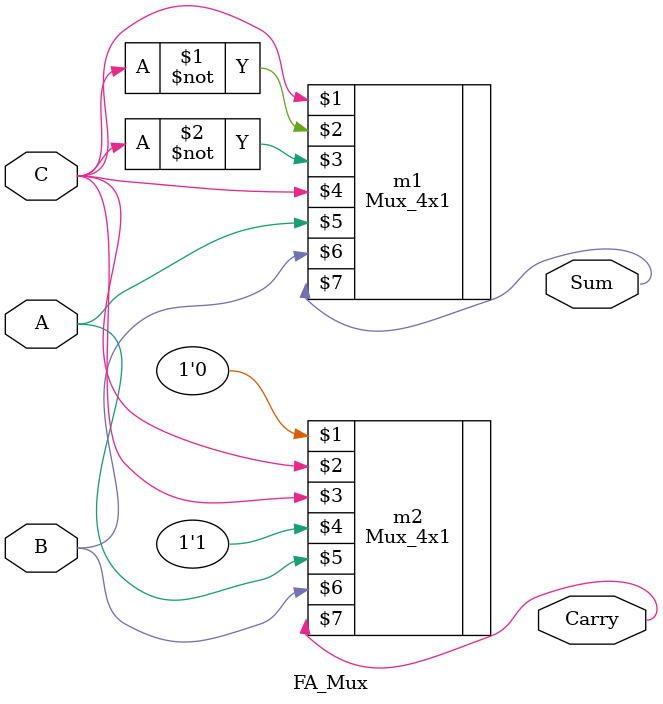
<source format=v>
`timescale 1ns / 1ps


module FA_Mux(A,B,C,Sum,Carry);
input A,B,C;
output Sum,Carry;
Mux_4x1 m1(C,~C,~C,C,A,B,Sum);
Mux_4x1 m2(1'b0,C,C,1'b1,A,B,Carry);
endmodule

</source>
